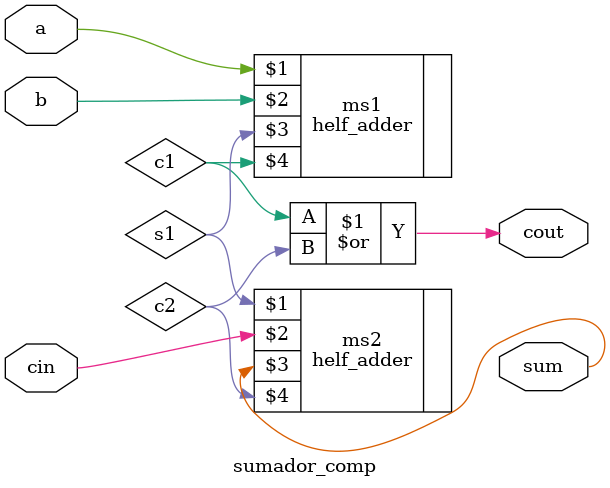
<source format=sv>
`include "helf_adder.sv"	
module sumador_comp(a,b,cin,sum,cout);
    input a,b,cin;
    output sum,cout;
    wire s1,c1,c2;
   
    helf_adder ms1 (a,b,s1,c1);
    helf_adder ms2 (s1,cin,sum,c2);
    assign cout = c1 | c2;
endmodule
</source>
